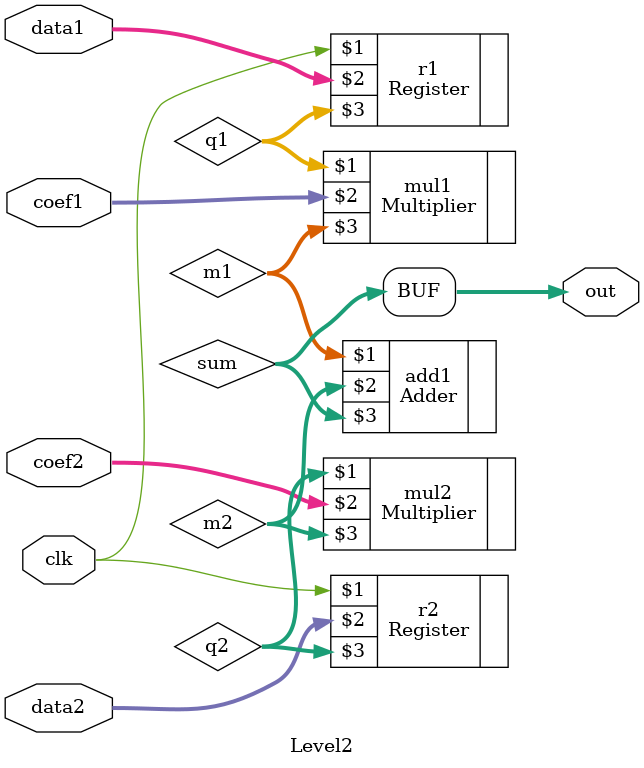
<source format=v>
/*********************************************************************************
***
***  ECE 526L Experiment #8                           Hasin_Abrar, Sring 2025  ***         
***
**********************************************************************************
***   File name: Level_2.v                   Created by Hasin_Abrar 04/28/2025  ***
***                                                                            ***
*********************************************************************************/
`timescale 1ns/1ns
module Level2 #(parameter WIDTH = 4)(
    input clk,
    input [WIDTH-1:0] data1, data2,
    input [WIDTH-1:0] coef1, coef2,
    output [2*WIDTH:0] out
);
    wire [WIDTH-1:0] q1, q2;
    wire [2*WIDTH-1:0] m1, m2;
    wire [2*WIDTH:0] sum;

    Register #(WIDTH) r1(clk, data1, q1);
    Register #(WIDTH) r2(clk, data2, q2);
    Multiplier #(WIDTH) mul1(q1, coef1, m1);
    Multiplier #(WIDTH) mul2(q2, coef2, m2);
    Adder #(2*WIDTH) add1(m1, m2, sum);

    assign out = sum;
endmodule


</source>
